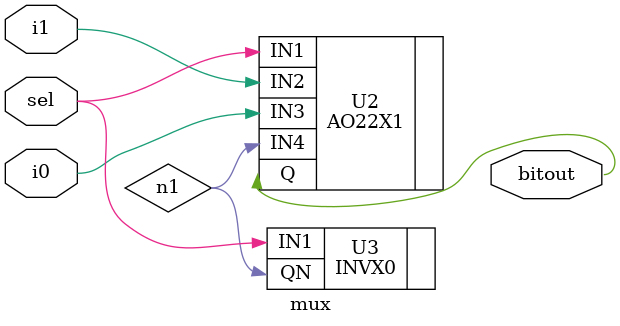
<source format=v>



module mux ( i0, i1, sel, bitout );
  input i0, i1, sel;
  output bitout;
  wire   n1;

  AO22X1 U2 ( .IN1(sel), .IN2(i1), .IN3(i0), .IN4(n1), .Q(bitout) );
  INVX0 U3 ( .IN1(sel), .QN(n1) );
endmodule


</source>
